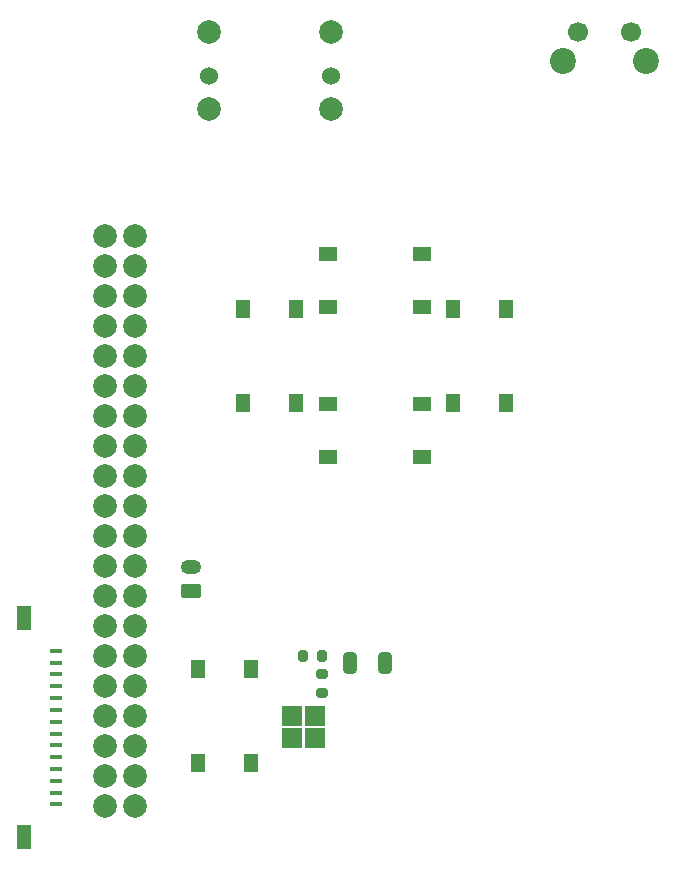
<source format=gts>
%TF.GenerationSoftware,KiCad,Pcbnew,7.0.2-0*%
%TF.CreationDate,2025-01-26T18:28:18-07:00*%
%TF.ProjectId,RightMB,52696768-744d-4422-9e6b-696361645f70,rev?*%
%TF.SameCoordinates,Original*%
%TF.FileFunction,Soldermask,Top*%
%TF.FilePolarity,Negative*%
%FSLAX46Y46*%
G04 Gerber Fmt 4.6, Leading zero omitted, Abs format (unit mm)*
G04 Created by KiCad (PCBNEW 7.0.2-0) date 2025-01-26 18:28:18*
%MOMM*%
%LPD*%
G01*
G04 APERTURE LIST*
G04 Aperture macros list*
%AMRoundRect*
0 Rectangle with rounded corners*
0 $1 Rounding radius*
0 $2 $3 $4 $5 $6 $7 $8 $9 X,Y pos of 4 corners*
0 Add a 4 corners polygon primitive as box body*
4,1,4,$2,$3,$4,$5,$6,$7,$8,$9,$2,$3,0*
0 Add four circle primitives for the rounded corners*
1,1,$1+$1,$2,$3*
1,1,$1+$1,$4,$5*
1,1,$1+$1,$6,$7*
1,1,$1+$1,$8,$9*
0 Add four rect primitives between the rounded corners*
20,1,$1+$1,$2,$3,$4,$5,0*
20,1,$1+$1,$4,$5,$6,$7,0*
20,1,$1+$1,$6,$7,$8,$9,0*
20,1,$1+$1,$8,$9,$2,$3,0*%
G04 Aperture macros list end*
%ADD10C,2.200000*%
%ADD11C,1.700000*%
%ADD12R,1.300000X1.550000*%
%ADD13R,1.700000X1.700000*%
%ADD14RoundRect,0.250000X-0.325000X-0.650000X0.325000X-0.650000X0.325000X0.650000X-0.325000X0.650000X0*%
%ADD15RoundRect,0.200000X0.275000X-0.200000X0.275000X0.200000X-0.275000X0.200000X-0.275000X-0.200000X0*%
%ADD16C,2.000000*%
%ADD17C,1.524000*%
%ADD18RoundRect,0.200000X-0.200000X-0.275000X0.200000X-0.275000X0.200000X0.275000X-0.200000X0.275000X0*%
%ADD19R,1.550000X1.300000*%
%ADD20R,1.000000X0.400000*%
%ADD21R,1.300000X2.000000*%
%ADD22RoundRect,0.250000X0.625000X-0.350000X0.625000X0.350000X-0.625000X0.350000X-0.625000X-0.350000X0*%
%ADD23O,1.750000X1.200000*%
G04 APERTURE END LIST*
D10*
%TO.C,REF\u002A\u002A*%
X252187000Y-67778000D03*
X259187000Y-67778000D03*
D11*
X253437000Y-65278000D03*
X257937000Y-65278000D03*
%TD*%
D12*
%TO.C,Y*%
X229580000Y-88735000D03*
X229580000Y-96685000D03*
X225080000Y-88735000D03*
X225080000Y-96685000D03*
%TD*%
D13*
%TO.C,*%
X231140000Y-125095000D03*
%TD*%
D14*
%TO.C,33 nF*%
X234110000Y-118745000D03*
X237060000Y-118745000D03*
%TD*%
D12*
%TO.C,A*%
X247360000Y-88735000D03*
X247360000Y-96685000D03*
X242860000Y-88735000D03*
X242860000Y-96685000D03*
%TD*%
D15*
%TO.C,150*%
X231775000Y-121285000D03*
X231775000Y-119635000D03*
%TD*%
D16*
%TO.C,REF\u002A\u002A*%
X232480000Y-65320000D03*
D17*
X232480000Y-69020000D03*
D16*
X222180000Y-65320000D03*
X222180000Y-71820000D03*
X232480000Y-71820000D03*
D17*
X222180000Y-69020000D03*
%TD*%
D13*
%TO.C,*%
X231140000Y-123190000D03*
%TD*%
D12*
%TO.C,Home*%
X225770000Y-119215000D03*
X225770000Y-127165000D03*
X221270000Y-119215000D03*
X221270000Y-127165000D03*
%TD*%
D13*
%TO.C,*%
X229235000Y-123190000D03*
%TD*%
%TO.C,*%
X229235000Y-123190000D03*
%TD*%
D18*
%TO.C,270*%
X230125000Y-118110000D03*
X231775000Y-118110000D03*
%TD*%
D19*
%TO.C,B*%
X232245000Y-96810000D03*
X240195000Y-96810000D03*
X232245000Y-101310000D03*
X240195000Y-101310000D03*
%TD*%
D20*
%TO.C,FPC*%
X209190000Y-117706000D03*
X209190000Y-118706000D03*
X209190000Y-119706000D03*
X209190000Y-120706000D03*
X209190000Y-121706000D03*
X209190000Y-122706000D03*
X209190000Y-123706000D03*
X209190000Y-124706000D03*
X209190000Y-125706000D03*
X209190000Y-126706000D03*
X209190000Y-127706000D03*
X209190000Y-128706000D03*
X209190000Y-129706000D03*
X209190000Y-130706000D03*
D21*
X206490000Y-114906000D03*
X206490000Y-133506000D03*
%TD*%
D22*
%TO.C,REF\u002A\u002A*%
X220684000Y-112633000D03*
D23*
X220684000Y-110633000D03*
%TD*%
D19*
%TO.C,X*%
X232245000Y-84110000D03*
X240195000Y-84110000D03*
X232245000Y-88610000D03*
X240195000Y-88610000D03*
%TD*%
D13*
%TO.C,*%
X229235000Y-125095000D03*
%TD*%
D16*
%TO.C,REF\u002A\u002A*%
X213360000Y-130810000D03*
X215900000Y-130810000D03*
X213360000Y-128270000D03*
X215900000Y-128270000D03*
X213360000Y-125730000D03*
X215900000Y-125730000D03*
X213360000Y-123190000D03*
X215900000Y-123190000D03*
X213360000Y-120650000D03*
X215900000Y-120650000D03*
X213360000Y-118110000D03*
X215900000Y-118110000D03*
X213360000Y-115570000D03*
X215900000Y-115570000D03*
X213360000Y-113030000D03*
X215900000Y-113030000D03*
X213360000Y-110490000D03*
X215900000Y-110490000D03*
X213360000Y-107950000D03*
X215900000Y-107950000D03*
X213360000Y-105410000D03*
X215900000Y-105410000D03*
X213360000Y-102870000D03*
X215900000Y-102870000D03*
X213360000Y-100330000D03*
X215900000Y-100330000D03*
X213360000Y-97790000D03*
X215900000Y-97790000D03*
X213360000Y-95250000D03*
X215900000Y-95250000D03*
X213360000Y-92710000D03*
X215900000Y-92710000D03*
X213360000Y-90170000D03*
X215900000Y-90170000D03*
X213360000Y-87630000D03*
X215900000Y-87630000D03*
X213360000Y-85090000D03*
X215900000Y-85090000D03*
X213360000Y-82550000D03*
X215900000Y-82550000D03*
%TD*%
M02*

</source>
